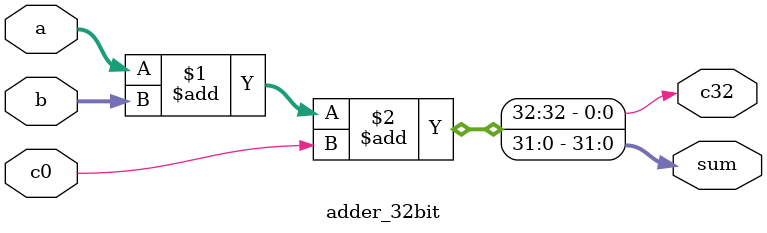
<source format=v>
module adder_32bit (input [31:0] a, b, input c0, output [31:0] sum, output c32);
	assign { c32 , sum} = a + b + c0;
endmodule
</source>
